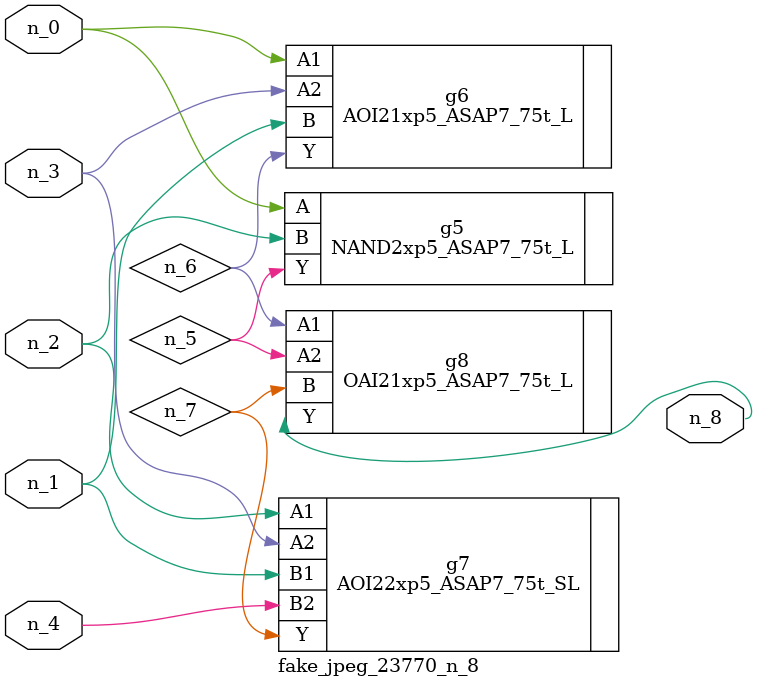
<source format=v>
module fake_jpeg_23770_n_8 (n_3, n_2, n_1, n_0, n_4, n_8);

input n_3;
input n_2;
input n_1;
input n_0;
input n_4;

output n_8;

wire n_6;
wire n_5;
wire n_7;

NAND2xp5_ASAP7_75t_L g5 ( 
.A(n_0),
.B(n_2),
.Y(n_5)
);

AOI21xp5_ASAP7_75t_L g6 ( 
.A1(n_0),
.A2(n_3),
.B(n_1),
.Y(n_6)
);

AOI22xp5_ASAP7_75t_SL g7 ( 
.A1(n_2),
.A2(n_3),
.B1(n_1),
.B2(n_4),
.Y(n_7)
);

OAI21xp5_ASAP7_75t_L g8 ( 
.A1(n_6),
.A2(n_5),
.B(n_7),
.Y(n_8)
);


endmodule
</source>
